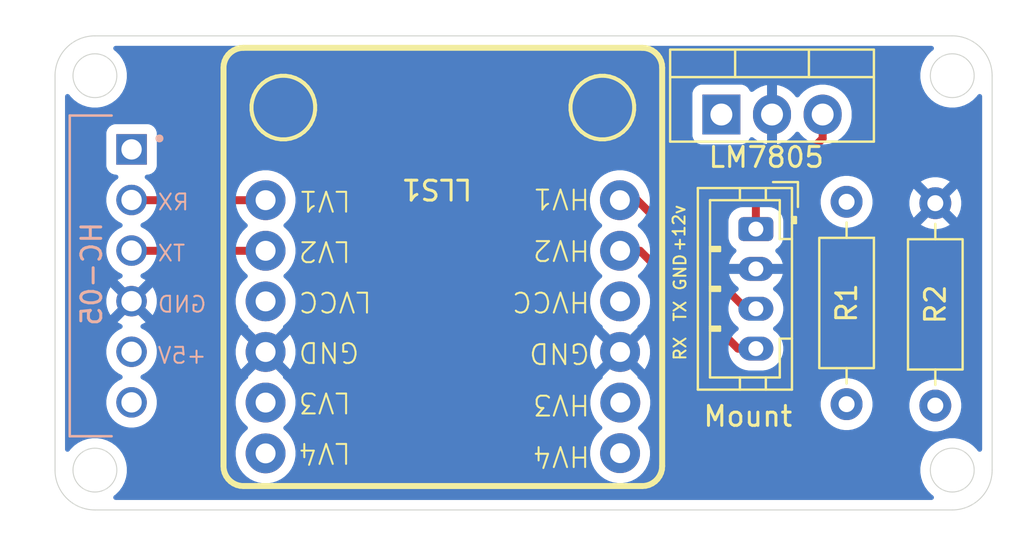
<source format=kicad_pcb>
(kicad_pcb (version 20241229) (generator "pcbnew") (generator_version "9.0")
  (layers (0 "F.Cu" signal) (4 "In1.Cu" signal) (6 "In2.Cu" signal) (2 "B.Cu" signal) (13 "F.Paste" user) (15 "B.Paste" user) (5 "F.SilkS" user "F.Silkscreen") (7 "B.SilkS" user "B.Silkscreen") (1 "F.Mask" user) (3 "B.Mask" user) (25 "Edge.Cuts" user))
  (net 0 "")
  (net 3 "Net-(HC-05-TX)")
  (net 4 "Net-(HC-05-RX)")
  (net 5 "GND")
  (net 6 "+5V")
  (net 7 "MOUNT_TX")
  (net 8 "MOUNT_+12V")
  (net 9 "MOUNT_RX")
  (net 11 "+3V3")
  (footprint "Soldered_Logic_Level_Shifter:333029_Logic_Level_Shifter" (layer "F.Cu") (at 112.5 83.5 -90)
    (property "Reference" "LLS1" (at 7.1 -10.7 180) (layer "F.SilkS"))
    (property "Value" "Logic_Level_Shifter" (hide yes))
    (fp_line (start 1 0.05) (end 0.817669 0.034048) (stroke (width 0.2)) (layer "F.SilkS"))
    (fp_line (start 21 0.05) (end 1 0.05) (stroke (width 0.2)) (layer "F.SilkS"))
    (fp_line (start 0.817669 0.034048) (end 0.640879 -0.013323) (stroke (width 0.2)) (layer "F.SilkS"))
    (fp_line (start 21.182331 0.034048) (end 21 0.05) (stroke (width 0.2)) (layer "F.SilkS"))
    (fp_line (start 0.640879 -0.013323) (end 0.475 -0.090673) (stroke (width 0.2)) (layer "F.SilkS"))
    (fp_line (start 21.359121 -0.013323) (end 21.182331 0.034048) (stroke (width 0.2)) (layer "F.SilkS"))
    (fp_line (start 0.916886 -0.05) (end 1 -0.05) (stroke (width 0.2)) (layer "F.SilkS"))
    (fp_line (start 1 -0.05) (end 21 -0.05) (stroke (width 0.2)) (layer "F.SilkS"))
    (fp_line (start 21 -0.05) (end 21.083114 -0.05) (stroke (width 0.2)) (layer "F.SilkS"))
    (fp_line (start 21.083114 -0.05) (end 21.246817 -0.078865) (stroke (width 0.2)) (layer "F.SilkS"))
    (fp_line (start 0.753183 -0.078865) (end 0.916886 -0.05) (stroke (width 0.2)) (layer "F.SilkS"))
    (fp_line (start 21.246817 -0.078865) (end 21.403021 -0.135719) (stroke (width 0.2)) (layer "F.SilkS"))
    (fp_line (start 0.475 -0.090673) (end 0.325073 -0.195653) (stroke (width 0.2)) (layer "F.SilkS"))
    (fp_line (start 21.525 -0.090673) (end 21.359121 -0.013323) (stroke (width 0.2)) (layer "F.SilkS"))
    (fp_line (start 0.596979 -0.135719) (end 0.753183 -0.078865) (stroke (width 0.2)) (layer "F.SilkS"))
    (fp_line (start 21.403021 -0.135719) (end 21.546979 -0.218833) (stroke (width 0.2)) (layer "F.SilkS"))
    (fp_line (start 0.325073 -0.195653) (end 0.195653 -0.325073) (stroke (width 0.2)) (layer "F.SilkS"))
    (fp_line (start 21.674927 -0.195653) (end 21.525 -0.090673) (stroke (width 0.2)) (layer "F.SilkS"))
    (fp_line (start 0.453021 -0.218833) (end 0.596979 -0.135719) (stroke (width 0.2)) (layer "F.SilkS"))
    (fp_line (start 21.546979 -0.218833) (end 21.674318 -0.325682) (stroke (width 0.2)) (layer "F.SilkS"))
    (fp_line (start 0.195653 -0.325073) (end 0.090673 -0.475) (stroke (width 0.2)) (layer "F.SilkS"))
    (fp_line (start 21.804347 -0.325073) (end 21.674927 -0.195653) (stroke (width 0.2)) (layer "F.SilkS"))
    (fp_line (start 0.325682 -0.325682) (end 0.453021 -0.218833) (stroke (width 0.2)) (layer "F.SilkS"))
    (fp_line (start 21.674318 -0.325682) (end 21.781167 -0.453021) (stroke (width 0.2)) (layer "F.SilkS"))
    (fp_line (start 0.218833 -0.453021) (end 0.325682 -0.325682) (stroke (width 0.2)) (layer "F.SilkS"))
    (fp_line (start 21.781167 -0.453021) (end 21.864281 -0.596979) (stroke (width 0.2)) (layer "F.SilkS"))
    (fp_line (start 0.090673 -0.475) (end 0.013323 -0.640879) (stroke (width 0.2)) (layer "F.SilkS"))
    (fp_line (start 21.909327 -0.475) (end 21.804347 -0.325073) (stroke (width 0.2)) (layer "F.SilkS"))
    (fp_line (start 0.135719 -0.596979) (end 0.218833 -0.453021) (stroke (width 0.2)) (layer "F.SilkS"))
    (fp_line (start 21.864281 -0.596979) (end 21.921135 -0.753183) (stroke (width 0.2)) (layer "F.SilkS"))
    (fp_line (start 0.013323 -0.640879) (end -0.034048 -0.817669) (stroke (width 0.2)) (layer "F.SilkS"))
    (fp_line (start 21.986677 -0.640879) (end 21.909327 -0.475) (stroke (width 0.2)) (layer "F.SilkS"))
    (fp_line (start 0.078865 -0.753183) (end 0.135719 -0.596979) (stroke (width 0.2)) (layer "F.SilkS"))
    (fp_line (start 21.921135 -0.753183) (end 21.95 -0.916886) (stroke (width 0.2)) (layer "F.SilkS"))
    (fp_line (start -0.034048 -0.817669) (end -0.05 -1) (stroke (width 0.2)) (layer "F.SilkS"))
    (fp_line (start 22.034048 -0.817669) (end 21.986677 -0.640879) (stroke (width 0.2)) (layer "F.SilkS"))
    (fp_line (start 0.05 -0.916886) (end 0.078865 -0.753183) (stroke (width 0.2)) (layer "F.SilkS"))
    (fp_line (start 21.95 -0.916886) (end 21.95 -1) (stroke (width 0.2)) (layer "F.SilkS"))
    (fp_line (start -0.05 -1) (end -0.05 -21) (stroke (width 0.2)) (layer "F.SilkS"))
    (fp_line (start 0.05 -1) (end 0.05 -0.916886) (stroke (width 0.2)) (layer "F.SilkS"))
    (fp_line (start 21.95 -1) (end 21.95 -21) (stroke (width 0.2)) (layer "F.SilkS"))
    (fp_line (start 22.05 -1) (end 22.034048 -0.817669) (stroke (width 0.2)) (layer "F.SilkS"))
    (fp_line (start 2.874465 -1.404932) (end 2.626487 -1.444208) (stroke (width 0.2)) (layer "F.SilkS"))
    (fp_line (start 3.125535 -1.404932) (end 2.874465 -1.404932) (stroke (width 0.2)) (layer "F.SilkS"))
    (fp_line (start 2.626487 -1.444208) (end 2.387707 -1.521793) (stroke (width 0.2)) (layer "F.SilkS"))
    (fp_line (start 3.373513 -1.444208) (end 3.125535 -1.404932) (stroke (width 0.2)) (layer "F.SilkS"))
    (fp_line (start 2.387707 -1.521793) (end 2.164002 -1.635776) (stroke (width 0.2)) (layer "F.SilkS"))
    (fp_line (start 3.612293 -1.521793) (end 3.373513 -1.444208) (stroke (width 0.2)) (layer "F.SilkS"))
    (fp_line (start 2.164002 -1.635776) (end 1.960883 -1.78335) (stroke (width 0.2)) (layer "F.SilkS"))
    (fp_line (start 3.835998 -1.635776) (end 3.612293 -1.521793) (stroke (width 0.2)) (layer "F.SilkS"))
    (fp_line (start 1.960883 -1.78335) (end 1.78335 -1.960883) (stroke (width 0.2)) (layer "F.SilkS"))
    (fp_line (start 4.039117 -1.78335) (end 3.835998 -1.635776) (stroke (width 0.2)) (layer "F.SilkS"))
    (fp_line (start 1.78335 -1.960883) (end 1.635776 -2.164002) (stroke (width 0.2)) (layer "F.SilkS"))
    (fp_line (start 4.21665 -1.960883) (end 4.039117 -1.78335) (stroke (width 0.2)) (layer "F.SilkS"))
    (fp_line (start 1.635776 -2.164002) (end 1.521793 -2.387707) (stroke (width 0.2)) (layer "F.SilkS"))
    (fp_line (start 4.364224 -2.164002) (end 4.21665 -1.960883) (stroke (width 0.2)) (layer "F.SilkS"))
    (fp_line (start 1.521793 -2.387707) (end 1.444208 -2.626487) (stroke (width 0.2)) (layer "F.SilkS"))
    (fp_line (start 4.478207 -2.387707) (end 4.364224 -2.164002) (stroke (width 0.2)) (layer "F.SilkS"))
    (fp_line (start 1.444208 -2.626487) (end 1.404932 -2.874465) (stroke (width 0.2)) (layer "F.SilkS"))
    (fp_line (start 4.555792 -2.626487) (end 4.478207 -2.387707) (stroke (width 0.2)) (layer "F.SilkS"))
    (fp_line (start 1.404932 -2.874465) (end 1.404932 -3.125535) (stroke (width 0.2)) (layer "F.SilkS"))
    (fp_line (start 4.595068 -2.874465) (end 4.555792 -2.626487) (stroke (width 0.2)) (layer "F.SilkS"))
    (fp_line (start 1.404932 -3.125535) (end 1.444208 -3.373513) (stroke (width 0.2)) (layer "F.SilkS"))
    (fp_line (start 4.595068 -3.125535) (end 4.595068 -2.874465) (stroke (width 0.2)) (layer "F.SilkS"))
    (fp_line (start 1.444208 -3.373513) (end 1.521793 -3.612293) (stroke (width 0.2)) (layer "F.SilkS"))
    (fp_line (start 4.555792 -3.373513) (end 4.595068 -3.125535) (stroke (width 0.2)) (layer "F.SilkS"))
    (fp_line (start 1.521793 -3.612293) (end 1.635776 -3.835998) (stroke (width 0.2)) (layer "F.SilkS"))
    (fp_line (start 4.478207 -3.612293) (end 4.555792 -3.373513) (stroke (width 0.2)) (layer "F.SilkS"))
    (fp_line (start 1.635776 -3.835998) (end 1.78335 -4.039117) (stroke (width 0.2)) (layer "F.SilkS"))
    (fp_line (start 4.364224 -3.835998) (end 4.478207 -3.612293) (stroke (width 0.2)) (layer "F.SilkS"))
    (fp_line (start 1.78335 -4.039117) (end 1.960883 -4.21665) (stroke (width 0.2)) (layer "F.SilkS"))
    (fp_line (start 4.21665 -4.039117) (end 4.364224 -3.835998) (stroke (width 0.2)) (layer "F.SilkS"))
    (fp_line (start 1.960883 -4.21665) (end 2.164002 -4.364224) (stroke (width 0.2)) (layer "F.SilkS"))
    (fp_line (start 4.039117 -4.21665) (end 4.21665 -4.039117) (stroke (width 0.2)) (layer "F.SilkS"))
    (fp_line (start 2.164002 -4.364224) (end 2.387707 -4.478207) (stroke (width 0.2)) (layer "F.SilkS"))
    (fp_line (start 3.835998 -4.364224) (end 4.039117 -4.21665) (stroke (width 0.2)) (layer "F.SilkS"))
    (fp_line (start 2.387707 -4.478207) (end 2.626487 -4.555792) (stroke (width 0.2)) (layer "F.SilkS"))
    (fp_line (start 3.612293 -4.478207) (end 3.835998 -4.364224) (stroke (width 0.2)) (layer "F.SilkS"))
    (fp_line (start 2.626487 -4.555792) (end 2.874465 -4.595068) (stroke (width 0.2)) (layer "F.SilkS"))
    (fp_line (start 3.373513 -4.555792) (end 3.612293 -4.478207) (stroke (width 0.2)) (layer "F.SilkS"))
    (fp_line (start 2.874465 -4.595068) (end 3.125535 -4.595068) (stroke (width 0.2)) (layer "F.SilkS"))
    (fp_line (start 3.125535 -4.595068) (end 3.373513 -4.555792) (stroke (width 0.2)) (layer "F.SilkS"))
    (fp_line (start 2.874465 -17.404932) (end 2.626487 -17.444208) (stroke (width 0.2)) (layer "F.SilkS"))
    (fp_line (start 3.125535 -17.404932) (end 2.874465 -17.404932) (stroke (width 0.2)) (layer "F.SilkS"))
    (fp_line (start 2.626487 -17.444208) (end 2.387707 -17.521793) (stroke (width 0.2)) (layer "F.SilkS"))
    (fp_line (start 3.373513 -17.444208) (end 3.125535 -17.404932) (stroke (width 0.2)) (layer "F.SilkS"))
    (fp_line (start 2.387707 -17.521793) (end 2.164002 -17.635776) (stroke (width 0.2)) (layer "F.SilkS"))
    (fp_line (start 3.612293 -17.521793) (end 3.373513 -17.444208) (stroke (width 0.2)) (layer "F.SilkS"))
    (fp_line (start 2.164002 -17.635776) (end 1.960883 -17.78335) (stroke (width 0.2)) (layer "F.SilkS"))
    (fp_line (start 3.835998 -17.635776) (end 3.612293 -17.521793) (stroke (width 0.2)) (layer "F.SilkS"))
    (fp_line (start 1.960883 -17.78335) (end 1.78335 -17.960883) (stroke (width 0.2)) (layer "F.SilkS"))
    (fp_line (start 4.039117 -17.78335) (end 3.835998 -17.635776) (stroke (width 0.2)) (layer "F.SilkS"))
    (fp_line (start 1.78335 -17.960883) (end 1.635776 -18.164002) (stroke (width 0.2)) (layer "F.SilkS"))
    (fp_line (start 4.21665 -17.960883) (end 4.039117 -17.78335) (stroke (width 0.2)) (layer "F.SilkS"))
    (fp_line (start 1.635776 -18.164002) (end 1.521793 -18.387707) (stroke (width 0.2)) (layer "F.SilkS"))
    (fp_line (start 4.364224 -18.164002) (end 4.21665 -17.960883) (stroke (width 0.2)) (layer "F.SilkS"))
    (fp_line (start 1.521793 -18.387707) (end 1.444208 -18.626487) (stroke (width 0.2)) (layer "F.SilkS"))
    (fp_line (start 4.478207 -18.387707) (end 4.364224 -18.164002) (stroke (width 0.2)) (layer "F.SilkS"))
    (fp_line (start 1.444208 -18.626487) (end 1.404932 -18.874465) (stroke (width 0.2)) (layer "F.SilkS"))
    (fp_line (start 4.555792 -18.626487) (end 4.478207 -18.387707) (stroke (width 0.2)) (layer "F.SilkS"))
    (fp_line (start 1.404932 -18.874465) (end 1.404932 -19.125535) (stroke (width 0.2)) (layer "F.SilkS"))
    (fp_line (start 4.595068 -18.874465) (end 4.555792 -18.626487) (stroke (width 0.2)) (layer "F.SilkS"))
    (fp_line (start 1.404932 -19.125535) (end 1.444208 -19.373513) (stroke (width 0.2)) (layer "F.SilkS"))
    (fp_line (start 4.595068 -19.125535) (end 4.595068 -18.874465) (stroke (width 0.2)) (layer "F.SilkS"))
    (fp_line (start 1.444208 -19.373513) (end 1.521793 -19.612293) (stroke (width 0.2)) (layer "F.SilkS"))
    (fp_line (start 4.555792 -19.373513) (end 4.595068 -19.125535) (stroke (width 0.2)) (layer "F.SilkS"))
    (fp_line (start 1.521793 -19.612293) (end 1.635776 -19.835998) (stroke (width 0.2)) (layer "F.SilkS"))
    (fp_line (start 4.478207 -19.612293) (end 4.555792 -19.373513) (stroke (width 0.2)) (layer "F.SilkS"))
    (fp_line (start 1.635776 -19.835998) (end 1.78335 -20.039117) (stroke (width 0.2)) (layer "F.SilkS"))
    (fp_line (start 4.364224 -19.835998) (end 4.478207 -19.612293) (stroke (width 0.2)) (layer "F.SilkS"))
    (fp_line (start 1.78335 -20.039117) (end 1.960883 -20.21665) (stroke (width 0.2)) (layer "F.SilkS"))
    (fp_line (start 4.21665 -20.039117) (end 4.364224 -19.835998) (stroke (width 0.2)) (layer "F.SilkS"))
    (fp_line (start 1.960883 -20.21665) (end 2.164002 -20.364224) (stroke (width 0.2)) (layer "F.SilkS"))
    (fp_line (start 4.039117 -20.21665) (end 4.21665 -20.039117) (stroke (width 0.2)) (layer "F.SilkS"))
    (fp_line (start 2.164002 -20.364224) (end 2.387707 -20.478207) (stroke (width 0.2)) (layer "F.SilkS"))
    (fp_line (start 3.835998 -20.364224) (end 4.039117 -20.21665) (stroke (width 0.2)) (layer "F.SilkS"))
    (fp_line (start 2.387707 -20.478207) (end 2.626487 -20.555792) (stroke (width 0.2)) (layer "F.SilkS"))
    (fp_line (start 3.612293 -20.478207) (end 3.835998 -20.364224) (stroke (width 0.2)) (layer "F.SilkS"))
    (fp_line (start 2.626487 -20.555792) (end 2.874465 -20.595068) (stroke (width 0.2)) (layer "F.SilkS"))
    (fp_line (start 3.373513 -20.555792) (end 3.612293 -20.478207) (stroke (width 0.2)) (layer "F.SilkS"))
    (fp_line (start 2.874465 -20.595068) (end 3.125535 -20.595068) (stroke (width 0.2)) (layer "F.SilkS"))
    (fp_line (start 3.125535 -20.595068) (end 3.373513 -20.555792) (stroke (width 0.2)) (layer "F.SilkS"))
    (fp_line (start -0.05 -21) (end -0.034048 -21.182331) (stroke (width 0.2)) (layer "F.SilkS"))
    (fp_line (start 0.05 -21) (end 0.05 -1) (stroke (width 0.2)) (layer "F.SilkS"))
    (fp_line (start 21.95 -21) (end 21.95 -21.083114) (stroke (width 0.2)) (layer "F.SilkS"))
    (fp_line (start 22.05 -21) (end 22.05 -1) (stroke (width 0.2)) (layer "F.SilkS"))
    (fp_line (start 0.05 -21.083114) (end 0.05 -21) (stroke (width 0.2)) (layer "F.SilkS"))
    (fp_line (start 21.95 -21.083114) (end 21.921135 -21.246817) (stroke (width 0.2)) (layer "F.SilkS"))
    (fp_line (start -0.034048 -21.182331) (end 0.013323 -21.359121) (stroke (width 0.2)) (layer "F.SilkS"))
    (fp_line (start 22.034048 -21.182331) (end 22.05 -21) (stroke (width 0.2)) (layer "F.SilkS"))
    (fp_line (start 0.078865 -21.246817) (end 0.05 -21.083114) (stroke (width 0.2)) (layer "F.SilkS"))
    (fp_line (start 21.921135 -21.246817) (end 21.864281 -21.403021) (stroke (width 0.2)) (layer "F.SilkS"))
    (fp_line (start 0.013323 -21.359121) (end 0.090673 -21.525) (stroke (width 0.2)) (layer "F.SilkS"))
    (fp_line (start 21.986677 -21.359121) (end 22.034048 -21.182331) (stroke (width 0.2)) (layer "F.SilkS"))
    (fp_line (start 0.135719 -21.403021) (end 0.078865 -21.246817) (stroke (width 0.2)) (layer "F.SilkS"))
    (fp_line (start 21.864281 -21.403021) (end 21.781167 -21.546979) (stroke (width 0.2)) (layer "F.SilkS"))
    (fp_line (start 0.090673 -21.525) (end 0.195653 -21.674927) (stroke (width 0.2)) (layer "F.SilkS"))
    (fp_line (start 21.909327 -21.525) (end 21.986677 -21.359121) (stroke (width 0.2)) (layer "F.SilkS"))
    (fp_line (start 0.218833 -21.546979) (end 0.135719 -21.403021) (stroke (width 0.2)) (layer "F.SilkS"))
    (fp_line (start 21.781167 -21.546979) (end 21.674318 -21.674318) (stroke (width 0.2)) (layer "F.SilkS"))
    (fp_line (start 0.325682 -21.674318) (end 0.218833 -21.546979) (stroke (width 0.2)) (layer "F.SilkS"))
    (fp_line (start 21.674318 -21.674318) (end 21.546979 -21.781167) (stroke (width 0.2)) (layer "F.SilkS"))
    (fp_line (start 0.195653 -21.674927) (end 0.325073 -21.804347) (stroke (width 0.2)) (layer "F.SilkS"))
    (fp_line (start 21.804347 -21.674927) (end 21.909327 -21.525) (stroke (width 0.2)) (layer "F.SilkS"))
    (fp_line (start 0.453021 -21.781167) (end 0.325682 -21.674318) (stroke (width 0.2)) (layer "F.SilkS"))
    (fp_line (start 21.546979 -21.781167) (end 21.403021 -21.864281) (stroke (width 0.2)) (layer "F.SilkS"))
    (fp_line (start 0.325073 -21.804347) (end 0.475 -21.909327) (stroke (width 0.2)) (layer "F.SilkS"))
    (fp_line (start 21.674927 -21.804347) (end 21.804347 -21.674927) (stroke (width 0.2)) (layer "F.SilkS"))
    (fp_line (start 0.596979 -21.864281) (end 0.453021 -21.781167) (stroke (width 0.2)) (layer "F.SilkS"))
    (fp_line (start 21.403021 -21.864281) (end 21.246817 -21.921135) (stroke (width 0.2)) (layer "F.SilkS"))
    (fp_line (start 0.475 -21.909327) (end 0.640879 -21.986677) (stroke (width 0.2)) (layer "F.SilkS"))
    (fp_line (start 21.525 -21.909327) (end 21.674927 -21.804347) (stroke (width 0.2)) (layer "F.SilkS"))
    (fp_line (start 0.753183 -21.921135) (end 0.596979 -21.864281) (stroke (width 0.2)) (layer "F.SilkS"))
    (fp_line (start 21.246817 -21.921135) (end 21.083114 -21.95) (stroke (width 0.2)) (layer "F.SilkS"))
    (fp_line (start 0.916886 -21.95) (end 0.753183 -21.921135) (stroke (width 0.2)) (layer "F.SilkS"))
    (fp_line (start 1 -21.95) (end 0.916886 -21.95) (stroke (width 0.2)) (layer "F.SilkS"))
    (fp_line (start 21 -21.95) (end 1 -21.95) (stroke (width 0.2)) (layer "F.SilkS"))
    (fp_line (start 21.083114 -21.95) (end 21 -21.95) (stroke (width 0.2)) (layer "F.SilkS"))
    (fp_line (start 0.640879 -21.986677) (end 0.817669 -22.034048) (stroke (width 0.2)) (layer "F.SilkS"))
    (fp_line (start 21.359121 -21.986677) (end 21.525 -21.909327) (stroke (width 0.2)) (layer "F.SilkS"))
    (fp_line (start 0.817669 -22.034048) (end 1 -22.05) (stroke (width 0.2)) (layer "F.SilkS"))
    (fp_line (start 21.182331 -22.034048) (end 21.359121 -21.986677) (stroke (width 0.2)) (layer "F.SilkS"))
    (fp_line (start 1 -22.05) (end 21 -22.05) (stroke (width 0.2)) (layer "F.SilkS"))
    (fp_line (start 21 -22.05) (end 21.182331 -22.034048) (stroke (width 0.2)) (layer "F.SilkS"))
    (fp_text user "LV2" (at 9.632 -3.7 180) (layer "F.SilkS") (effects (font (thickness 0.1)) (justify right bottom)))
    (fp_text user "LV1" (at 7.1 -3.7 180) (layer "F.SilkS") (effects (font (thickness 0.1)) (justify right bottom)))
    (fp_text user "HV2" (at 9.576 -18.44 180) (layer "F.SilkS") (effects (font (thickness 0.1)) (justify left bottom)))
    (fp_text user "LV4" (at 19.76 -3.7 180) (layer "F.SilkS") (effects (font (thickness 0.1)) (justify right bottom)))
    (fp_text user "LV3" (at 17.228 -3.7 180) (layer "F.SilkS") (effects (font (thickness 0.1)) (justify right bottom)))
    (fp_text user "HV3" (at 17.334 -18.44 180) (layer "F.SilkS") (effects (font (thickness 0.1)) (justify left bottom)))
    (fp_text user "HV4" (at 19.92 -18.44 180) (layer "F.SilkS") (effects (font (thickness 0.1)) (justify left bottom)))
    (fp_text user "GND" (at 14.748 -18.44 180) (layer "F.SilkS") (effects (font (thickness 0.1)) (justify left bottom)))
    (fp_text user "HV1" (at 6.99 -18.44 180) (layer "F.SilkS") (effects (font (thickness 0.1)) (justify left bottom)))
    (fp_text user "HVCC" (at 12.162 -18.44 180) (layer "F.SilkS") (effects (font (thickness 0.1)) (justify left bottom)))
    (fp_text user "LVCC" (at 12.164 -3.7 180) (layer "F.SilkS") (effects (font (thickness 0.1)) (justify right bottom)))
    (pad "1" thru_hole circle (at 20.35 -19.89 270) (size 2 2) (drill 1) (layers "*.Cu" "*.Mask"))
    (pad "2" thru_hole circle (at 17.81 -19.9 270) (size 2 2) (drill 1) (layers "*.Cu" "*.Mask"))
    (pad "3" thru_hole circle (at 15.27 -19.89 270) (size 2 2) (drill 1) (layers "*.Cu" "*.Mask") (net 5 "GND"))
    (pad "4" thru_hole circle (at 12.73 -19.89 270) (size 2 2) (drill 1) (layers "*.Cu" "*.Mask") (net 6 "+5V"))
    (pad "5" thru_hole circle (at 10.19 -19.89 270) (size 2 2) (drill 1) (layers "*.Cu" "*.Mask") (net 9 "MOUNT_RX"))
    (pad "6" thru_hole circle (at 7.65 -19.88 270) (size 2 2) (drill 1) (layers "*.Cu" "*.Mask") (net 7 "MOUNT_TX"))
    (pad "7" thru_hole circle (at 20.36 -2.11 270) (size 2 2) (drill 1) (layers "*.Cu" "*.Mask"))
    (pad "8" thru_hole circle (at 17.81 -2.11 270) (size 2 2) (drill 1) (layers "*.Cu" "*.Mask"))
    (pad "9" thru_hole circle (at 15.27 -2.11 270) (size 2 2) (drill 1) (layers "*.Cu" "*.Mask") (net 5 "GND"))
    (pad "10" thru_hole circle (at 12.73 -2.11 270) (size 2 2) (drill 1) (layers "*.Cu" "*.Mask") (net 11 "+3V3"))
    (pad "11" thru_hole circle (at 10.19 -2.11 270) (size 2 2) (drill 1) (layers "*.Cu" "*.Mask") (net 3 "Net-(HC-05-TX)"))
    (pad "12" thru_hole circle (at 7.65 -2.11 270) (size 2 2) (drill 1) (layers "*.Cu" "*.Mask") (net 4 "Net-(HC-05-RX)"))
  )
  (footprint "Package_TO_SOT_THT:TO-220-3_Vertical" (layer "F.Cu") (at 137.47 86.85)
    (property "Reference" "LM7805" (at 2.25 2.15 0) (layer "F.SilkS"))
    (property "Value" "LM7805_TO220")
    (fp_line (start -2.57 -3.26) (end 7.65 -3.26) (stroke (width 0.12)) (layer "F.SilkS"))
    (fp_line (start -2.57 -1.88) (end 7.65 -1.88) (stroke (width 0.12)) (layer "F.SilkS"))
    (fp_line (start -2.57 1.36) (end -2.57 -3.26) (stroke (width 0.12)) (layer "F.SilkS"))
    (fp_line (start 0.69 -3.26) (end 0.69 -1.88) (stroke (width 0.12)) (layer "F.SilkS"))
    (fp_line (start 4.39 -3.26) (end 4.39 -1.88) (stroke (width 0.12)) (layer "F.SilkS"))
    (fp_line (start 7.65 -3.26) (end 7.65 1.36) (stroke (width 0.12)) (layer "F.SilkS"))
    (fp_line (start 7.65 1.36) (end -2.57 1.36) (stroke (width 0.12)) (layer "F.SilkS"))
    (pad "1" thru_hole rect (at 0 0) (size 1.905 2) (drill 1.1) (layers "*.Cu" "*.Mask") (net 6 "+5V"))
    (pad "2" thru_hole oval (at 2.54 0) (size 1.905 2) (drill 1.1) (layers "*.Cu" "*.Mask") (net 5 "GND"))
    (pad "3" thru_hole oval (at 5.08 0) (size 1.905 2) (drill 1.1) (layers "*.Cu" "*.Mask") (net 8 "MOUNT_+12V"))
  )
  (footprint "Connector_JST:JST_PH_B4B-PH-K_1x04_P2.00mm_Vertical" (layer "F.Cu") (at 139.2 92.6 -90)
    (property "Reference" "Mount" (at 9.4 0.4 180) (layer "F.SilkS"))
    (property "Value" "Mount")
    (fp_line (start -2.06 2.91) (end 8.06 2.91) (stroke (width 0.12)) (layer "F.SilkS"))
    (fp_line (start 8.06 2.91) (end 8.06 -1.81) (stroke (width 0.12)) (layer "F.SilkS"))
    (fp_line (start -1.45 2.3) (end 7.45 2.3) (stroke (width 0.12)) (layer "F.SilkS"))
    (fp_line (start 0.9 2.3) (end 0.9 1.8) (stroke (width 0.12)) (layer "F.SilkS"))
    (fp_line (start 1 2.3) (end 1 1.8) (stroke (width 0.12)) (layer "F.SilkS"))
    (fp_line (start 2.9 2.3) (end 2.9 1.8) (stroke (width 0.12)) (layer "F.SilkS"))
    (fp_line (start 3 2.3) (end 3 1.8) (stroke (width 0.12)) (layer "F.SilkS"))
    (fp_line (start 4.9 2.3) (end 4.9 1.8) (stroke (width 0.12)) (layer "F.SilkS"))
    (fp_line (start 5 2.3) (end 5 1.8) (stroke (width 0.12)) (layer "F.SilkS"))
    (fp_line (start 7.45 2.3) (end 7.45 -1.2) (stroke (width 0.12)) (layer "F.SilkS"))
    (fp_line (start 0.9 1.8) (end 1.1 1.8) (stroke (width 0.12)) (layer "F.SilkS"))
    (fp_line (start 1.1 1.8) (end 1.1 2.3) (stroke (width 0.12)) (layer "F.SilkS"))
    (fp_line (start 2.9 1.8) (end 3.1 1.8) (stroke (width 0.12)) (layer "F.SilkS"))
    (fp_line (start 3.1 1.8) (end 3.1 2.3) (stroke (width 0.12)) (layer "F.SilkS"))
    (fp_line (start 4.9 1.8) (end 5.1 1.8) (stroke (width 0.12)) (layer "F.SilkS"))
    (fp_line (start 5.1 1.8) (end 5.1 2.3) (stroke (width 0.12)) (layer "F.SilkS"))
    (fp_line (start -2.06 0.8) (end -1.45 0.8) (stroke (width 0.12)) (layer "F.SilkS"))
    (fp_line (start 8.06 0.8) (end 7.45 0.8) (stroke (width 0.12)) (layer "F.SilkS"))
    (fp_line (start -2.06 -0.5) (end -1.45 -0.5) (stroke (width 0.12)) (layer "F.SilkS"))
    (fp_line (start 8.06 -0.5) (end 7.45 -0.5) (stroke (width 0.12)) (layer "F.SilkS"))
    (fp_line (start -1.45 -1.2) (end -1.45 2.3) (stroke (width 0.12)) (layer "F.SilkS"))
    (fp_line (start 0.5 -1.2) (end -1.45 -1.2) (stroke (width 0.12)) (layer "F.SilkS"))
    (fp_line (start 5.5 -1.2) (end 5.5 -1.81) (stroke (width 0.12)) (layer "F.SilkS"))
    (fp_line (start 7.45 -1.2) (end 5.5 -1.2) (stroke (width 0.12)) (layer "F.SilkS"))
    (fp_line (start -2.06 -1.81) (end -2.06 2.91) (stroke (width 0.12)) (layer "F.SilkS"))
    (fp_line (start -0.3 -1.81) (end -0.3 -2.01) (stroke (width 0.12)) (layer "F.SilkS"))
    (fp_line (start 0.5 -1.81) (end 0.5 -1.2) (stroke (width 0.12)) (layer "F.SilkS"))
    (fp_line (start 8.06 -1.81) (end -2.06 -1.81) (stroke (width 0.12)) (layer "F.SilkS"))
    (fp_line (start -0.3 -1.91) (end -0.6 -1.91) (stroke (width 0.12)) (layer "F.SilkS"))
    (fp_line (start -0.6 -2.01) (end -0.6 -1.81) (stroke (width 0.12)) (layer "F.SilkS"))
    (fp_line (start -0.3 -2.01) (end -0.6 -2.01) (stroke (width 0.12)) (layer "F.SilkS"))
    (fp_line (start -2.36 -2.11) (end -2.36 -0.86) (stroke (width 0.12)) (layer "F.SilkS"))
    (fp_line (start -1.11 -2.11) (end -2.36 -2.11) (stroke (width 0.12)) (layer "F.SilkS"))
    (fp_text user "RX" (at 6.65 3.45 90) (layer "F.SilkS") (effects (font (size 0.6 0.6) (thickness 0.1)) (justify left bottom)))
    (fp_text user "GND" (at 3.15 3.45 90) (layer "F.SilkS") (effects (font (size 0.6 0.6) (thickness 0.1)) (justify left bottom)))
    (fp_text user "TX" (at 4.7 3.45 90) (layer "F.SilkS") (effects (font (size 0.6 0.6) (thickness 0.1)) (justify left bottom)))
    (fp_text user "+12v" (at 1.2 3.5 90) (layer "F.SilkS") (effects (font (size 0.6 0.6) (thickness 0.1)) (justify left bottom)))
    (pad "1" thru_hole roundrect (at 0 0 270) (size 1.2 1.75) (drill 0.75) (layers "*.Cu" "*.Mask") (roundrect_rratio 0.208333) (net 8 "MOUNT_+12V"))
    (pad "2" thru_hole oval (at 2 0 270) (size 1.2 1.75) (drill 0.75) (layers "*.Cu" "*.Mask") (net 5 "GND"))
    (pad "3" thru_hole oval (at 4 0 270) (size 1.2 1.75) (drill 0.75) (layers "*.Cu" "*.Mask") (net 7 "MOUNT_TX"))
    (pad "4" thru_hole oval (at 6 0 270) (size 1.2 1.75) (drill 0.75) (layers "*.Cu" "*.Mask") (net 9 "MOUNT_RX"))
  )
  (footprint "Resistor_THT:R_Axial_DIN0207_L6.3mm_D2.5mm_P10.16mm_Horizontal" (layer "F.Cu") (at 148.2 101.46 90)
    (property "Reference" "R2" (at 5.08 0 90) (layer "F.SilkS"))
    (property "Value" "10kΩ")
    (fp_line (start 9.12 0) (end 8.35 0) (stroke (width 0.12)) (layer "F.SilkS"))
    (fp_line (start 1.04 0) (end 1.81 0) (stroke (width 0.12)) (layer "F.SilkS"))
    (fp_rect (start 1.81 -1.37) (end 8.35 1.37) (stroke (width 0.12)) (fill no) (layer "F.SilkS"))
    (pad "1" thru_hole circle (at 0 0 90) (size 1.6 1.6) (drill 0.8) (layers "*.Cu" "*.Mask") (net 11 "+3V3"))
    (pad "2" thru_hole circle (at 10.16 0 90) (size 1.6 1.6) (drill 0.8) (layers "*.Cu" "*.Mask") (net 5 "GND"))
  )
  (footprint "Resistor_THT:R_Axial_DIN0207_L6.3mm_D2.5mm_P10.16mm_Horizontal" (layer "F.Cu") (at 143.75 91.23 -90)
    (property "Reference" "R1" (at 5.08 0 90) (layer "F.SilkS"))
    (property "Value" "4.7kΩ")
    (fp_line (start 1.04 0) (end 1.81 0) (stroke (width 0.12)) (layer "F.SilkS"))
    (fp_line (start 9.12 0) (end 8.35 0) (stroke (width 0.12)) (layer "F.SilkS"))
    (fp_rect (start 1.81 -1.37) (end 8.35 1.37) (stroke (width 0.12)) (fill no) (layer "F.SilkS"))
    (pad "1" thru_hole circle (at 0 0 270) (size 1.6 1.6) (drill 0.8) (layers "*.Cu" "*.Mask") (net 6 "+5V"))
    (pad "2" thru_hole circle (at 10.16 0 270) (size 1.6 1.6) (drill 0.8) (layers "*.Cu" "*.Mask") (net 11 "+3V3"))
  )
  (footprint "ZC142200:MODULE_ZC142200_HC05" (layer "B.Cu") (at 107.8875 94.95 180)
    (property "Reference" "HC-05" (at 2 0.1 90) (layer "B.SilkS") (effects (justify mirror)))
    (property "Value" "ZC142200_HC-05-BT-Module")
    (fp_line (start 3.1 8.05) (end 3.1 -8.05) (stroke (width 0.127)) (layer "B.SilkS"))
    (fp_line (start 3.1 -8.05) (end 1 -8.05) (stroke (width 0.127)) (layer "B.SilkS"))
    (fp_line (start 1 8.05) (end 3.1 8.05) (stroke (width 0.127)) (layer "B.SilkS"))
    (fp_circle (center -1.4 6.9) (end -1.3 6.9) (stroke (width 0.2)) (fill no) (layer "B.SilkS"))
    (fp_text user "TX" (at -1.25 0.666666 0) (layer "B.SilkS") (effects (font (size 0.8 0.8) (thickness 0.1)) (justify right bottom mirror)))
    (fp_text user "+5V" (at -1.25 -4.466667 0) (layer "B.SilkS") (effects (font (size 0.8 0.8) (thickness 0.1)) (justify right bottom mirror)))
    (fp_text user "RX" (at -1.25 3.233333 0) (layer "B.SilkS") (effects (font (size 0.8 0.8) (thickness 0.1)) (justify right bottom mirror)))
    (fp_text user "GND" (at -1.25 -1.9 0) (layer "B.SilkS") (effects (font (size 0.8 0.8) (thickness 0.1)) (justify right bottom mirror)))
    (pad "1" thru_hole rect (at 0 6.35 180) (size 1.53 1.53) (drill 1.02) (layers "*.Cu" "*.Mask"))
    (pad "2" thru_hole circle (at 0 3.81 180) (size 1.53 1.53) (drill 1.02) (layers "*.Cu" "*.Mask") (net 4 "Net-(HC-05-RX)"))
    (pad "3" thru_hole circle (at 0 1.27 180) (size 1.53 1.53) (drill 1.02) (layers "*.Cu" "*.Mask") (net 3 "Net-(HC-05-TX)"))
    (pad "4" thru_hole circle (at 0 -1.27 180) (size 1.53 1.53) (drill 1.02) (layers "*.Cu" "*.Mask") (net 5 "GND"))
    (pad "5" thru_hole circle (at 0 -3.81 180) (size 1.53 1.53) (drill 1.02) (layers "*.Cu" "*.Mask") (net 6 "+5V"))
    (pad "6" thru_hole circle (at 0 -6.35 180) (size 1.53 1.53) (drill 1.02) (layers "*.Cu" "*.Mask"))
  )
  (gr_line (start 106.05 82.9) (end 149.05 82.9) (stroke (width 0.05)) (layer "Edge.Cuts"))
  (gr_arc (start 106.05 106.7) (mid 104.635786 106.114214) (end 104.05 104.7) (stroke (width 0.05)) (layer "Edge.Cuts"))
  (gr_circle (center 149.05 104.7) (end 150.15 104.7) (stroke (width 0.05)) (fill no) (layer "Edge.Cuts"))
  (gr_line (start 149.05 106.7) (end 106.05 106.7) (stroke (width 0.05)) (layer "Edge.Cuts"))
  (gr_line (start 151.05 84.9) (end 151.05 104.7) (stroke (width 0.05)) (layer "Edge.Cuts"))
  (gr_line (start 104.05 104.7) (end 104.05 84.9) (stroke (width 0.05)) (layer "Edge.Cuts"))
  (gr_circle (center 149.05 84.9) (end 150.15 84.9) (stroke (width 0.05)) (fill no) (layer "Edge.Cuts"))
  (gr_arc (start 151.05 104.7) (mid 150.464214 106.114214) (end 149.05 106.7) (stroke (width 0.05)) (layer "Edge.Cuts"))
  (gr_arc (start 149.05 82.9) (mid 150.464214 83.485786) (end 151.05 84.9) (stroke (width 0.05)) (layer "Edge.Cuts"))
  (gr_circle (center 106.05 104.7) (end 107.15 104.7) (stroke (width 0.05)) (fill no) (layer "Edge.Cuts"))
  (gr_circle (center 106.05 84.9) (end 107.15 84.9) (stroke (width 0.05)) (fill no) (layer "Edge.Cuts"))
  (gr_arc (start 104.05 84.9) (mid 104.635786 83.485786) (end 106.05 82.9) (stroke (width 0.05)) (layer "Edge.Cuts"))
  (gr_text "GND" (at 116.2 98.196 180) (layer "F.SilkS") (effects (font (size 1 1) (thickness 0.1)) (justify right bottom)))
  (segment (start 114.61 93.69) (end 107.8975 93.69) (width 0.4) (layer "F.Cu") (net 3))
  (segment (start 107.8975 93.69) (end 107.8875 93.68) (width 0.4) (layer "F.Cu") (net 3))
  (segment (start 114.61 91.15) (end 114.5 91.04) (width 0.2) (layer "F.Cu") (net 4))
  (segment (start 114.61 91.15) (end 107.8975 91.15) (width 0.4) (layer "F.Cu") (net 4))
  (segment (start 114.5 91.04) (end 114.5 91) (width 0.2) (layer "F.Cu") (net 4))
  (segment (start 114.5 91) (end 114.46 91.04) (width 0.2) (layer "F.Cu") (net 4))
  (segment (start 107.8975 91.15) (end 107.8875 91.14) (width 0.2) (layer "F.Cu") (net 4))
  (segment (start 114.27 98.77) (end 114.61 98.77) (width 0.2) (layer "B.Cu") (net 5))
  (segment (start 132.39 96.23) (end 132.98 96.23) (width 0.2) (layer "F.Cu") (net 6))
  (segment (start 132.39 96.23) (end 132.65 96.23) (width 0.2) (layer "F.Cu") (net 6))
  (segment (start 132.39 96.23) (end 133.23 96.23) (width 0.2) (layer "F.Cu") (net 6))
  (segment (start 132.38 91.15) (end 133.25 91.15) (width 0.4) (layer "F.Cu") (net 7))
  (segment (start 133.25 91.15) (end 138.7 96.6) (width 0.4) (layer "F.Cu") (net 7))
  (segment (start 138.7 96.6) (end 139.2 96.6) (width 0.4) (layer "F.Cu") (net 7))
  (segment (start 132.65 91.15) (end 132.38 91.15) (width 0.4) (layer "F.Cu") (net 7))
  (segment (start 139.2 96.6) (end 139.2 96.2) (width 0.4) (layer "F.Cu") (net 7))
  (segment (start 132.7 91.2) (end 132.65 91.15) (width 0.4) (layer "F.Cu") (net 7))
  (segment (start 139.2 91.4) (end 142.55 88.05) (width 0.4) (layer "F.Cu") (net 8))
  (segment (start 142.55 87.75) (end 142.55 86.85) (width 0.4) (layer "F.Cu") (net 8))
  (segment (start 142.55 87.55) (end 142.55 86.85) (width 0.4) (layer "F.Cu") (net 8))
  (segment (start 139.2 92.6) (end 139.2 91.4) (width 0.4) (layer "F.Cu") (net 8))
  (segment (start 142.55 88.05) (end 142.55 86.85) (width 0.4) (layer "F.Cu") (net 8))
  (segment (start 133.39 93.69) (end 138.3 98.6) (width 0.4) (layer "F.Cu") (net 9))
  (segment (start 138.3 98.6) (end 139.2 98.6) (width 0.4) (layer "F.Cu") (net 9))
  (segment (start 132.39 93.69) (end 133.39 93.69) (width 0.4) (layer "F.Cu") (net 9))
  (zone (net 5) (net_name "GND") (layer "B.Cu") (connect_pads (clearance 0.5)) (min_thickness 0.25) (fill yes (thermal_gap 0.5) (thermal_bridge_width 0.5))
    (polygon (pts (xy 103.45 107.1) (xy 103.4 82.5) (xy 151.35 82.2) (xy 151.6 106.9)))
  )
)
</source>
